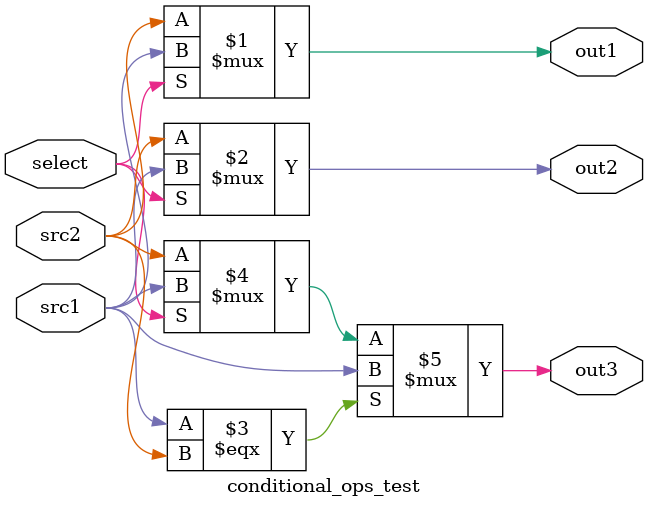
<source format=v>



module conditional_ops_test (

select,
src1,
src2,

out1,
out2,
out3

);

   parameter size = 1;

   input select;
   input [size-1:0] src1;
   input [size-1:0] src2;
   output [size-1:0] out1;
   output [size-1:0] out2;
   output [size-1:0] out3;

   assign out1 = select ? src1 : src2;
   assign out2 = select ? /*@VL VL_X_SELECT */ src1 : src2;
   assign out3 = (src1 === src2) ? src1 : (select ? src1 : src2);

endmodule


/*+VL

module make_tests () ;

   wire [100:0] w;
   wire a;

   conditional_ops_test #(1) conditional_test_1 (1'b0, 1'b0, 1'b0, w[0:0], w[0:0], w[0:0]);
   conditional_ops_test #(2) conditional_test_2 (1'b0, 2'b0, 2'b0, w[1:0], w[1:0], w[1:0]);
   conditional_ops_test #(3) conditional_test_3 (1'b0, 3'b0, 3'b0, w[2:0], w[2:0], w[2:0]);
   conditional_ops_test #(4) conditional_test_4 (1'b0, 4'b0, 4'b0, w[3:0], w[3:0], w[3:0]);
   conditional_ops_test #(5) conditional_test_5 (1'b0, 5'b0, 5'b0, w[4:0], w[4:0], w[4:0]);

endmodule

*/

</source>
